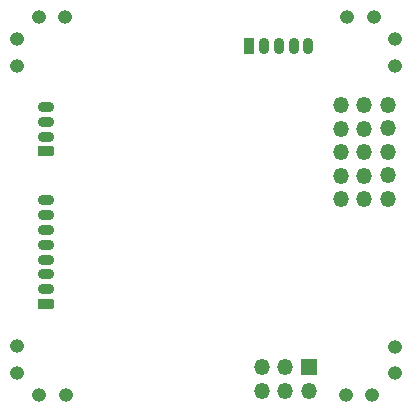
<source format=gbr>
G04 #@! TF.GenerationSoftware,KiCad,Pcbnew,8.0.4-8.0.4-0~ubuntu24.04.1*
G04 #@! TF.CreationDate,2024-09-03T20:49:10+07:00*
G04 #@! TF.ProjectId,OpenDrone_FC_F405_HW,4f70656e-4472-46f6-9e65-5f46435f4634,rev?*
G04 #@! TF.SameCoordinates,Original*
G04 #@! TF.FileFunction,Soldermask,Bot*
G04 #@! TF.FilePolarity,Negative*
%FSLAX46Y46*%
G04 Gerber Fmt 4.6, Leading zero omitted, Abs format (unit mm)*
G04 Created by KiCad (PCBNEW 8.0.4-8.0.4-0~ubuntu24.04.1) date 2024-09-03 20:49:10*
%MOMM*%
%LPD*%
G01*
G04 APERTURE LIST*
G04 Aperture macros list*
%AMRoundRect*
0 Rectangle with rounded corners*
0 $1 Rounding radius*
0 $2 $3 $4 $5 $6 $7 $8 $9 X,Y pos of 4 corners*
0 Add a 4 corners polygon primitive as box body*
4,1,4,$2,$3,$4,$5,$6,$7,$8,$9,$2,$3,0*
0 Add four circle primitives for the rounded corners*
1,1,$1+$1,$2,$3*
1,1,$1+$1,$4,$5*
1,1,$1+$1,$6,$7*
1,1,$1+$1,$8,$9*
0 Add four rect primitives between the rounded corners*
20,1,$1+$1,$2,$3,$4,$5,0*
20,1,$1+$1,$4,$5,$6,$7,0*
20,1,$1+$1,$6,$7,$8,$9,0*
20,1,$1+$1,$8,$9,$2,$3,0*%
G04 Aperture macros list end*
%ADD10O,1.200000X1.200000*%
%ADD11RoundRect,0.225000X0.475000X-0.225000X0.475000X0.225000X-0.475000X0.225000X-0.475000X-0.225000X0*%
%ADD12O,1.400000X0.900000*%
%ADD13RoundRect,0.225000X-0.225000X-0.475000X0.225000X-0.475000X0.225000X0.475000X-0.225000X0.475000X0*%
%ADD14O,0.900000X1.400000*%
%ADD15O,1.350000X1.350000*%
%ADD16R,1.350000X1.350000*%
G04 APERTURE END LIST*
D10*
X164735000Y-67287500D03*
X162485000Y-67287500D03*
X134502500Y-71415000D03*
X134502500Y-69165000D03*
X134517500Y-95195000D03*
X134517500Y-97445000D03*
X164595000Y-99287500D03*
X162345000Y-99287500D03*
D11*
X136950000Y-78680000D03*
D12*
X136950000Y-77430000D03*
X136950000Y-76180000D03*
X136950000Y-74930000D03*
D13*
X154180000Y-69760000D03*
D14*
X155430000Y-69760000D03*
X156680000Y-69760000D03*
X157930000Y-69760000D03*
X159180000Y-69760000D03*
D15*
X163910000Y-74750000D03*
X163910000Y-76750000D03*
X163910000Y-78750000D03*
X163910000Y-80750000D03*
X163910000Y-82750000D03*
D10*
X136355000Y-67302500D03*
X138605000Y-67302500D03*
X166482500Y-71445000D03*
X166482500Y-69195000D03*
D15*
X161910000Y-74750000D03*
X161910000Y-76750000D03*
X161910000Y-78750000D03*
X161910000Y-80750000D03*
X161910000Y-82750000D03*
D11*
X136970000Y-91590000D03*
D12*
X136970000Y-90340000D03*
X136970000Y-89090000D03*
X136970000Y-87840000D03*
X136970000Y-86590000D03*
X136970000Y-85340000D03*
X136970000Y-84090000D03*
X136970000Y-82840000D03*
D16*
X159225000Y-96950000D03*
D15*
X159225000Y-98950000D03*
X157225000Y-96950000D03*
X157225000Y-98950000D03*
X155225000Y-96950000D03*
X155225000Y-98950000D03*
D10*
X166477500Y-95205000D03*
X166477500Y-97455000D03*
D15*
X165910000Y-74725000D03*
X165910000Y-76725000D03*
X165910000Y-78725000D03*
X165910000Y-80725000D03*
X165910000Y-82725000D03*
D10*
X136375000Y-99317500D03*
X138625000Y-99317500D03*
M02*

</source>
